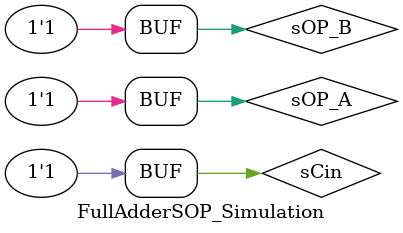
<source format=sv>
`timescale 1ns / 1ps

module FullAdderSOP_Simulation();

    logic sOP_A, sOP_B, sCin, sSUM, sCO;
    
    FullAdderSOP UUT (
        .OP_A(sOP_A), .OP_B(sOP_B),
        .Cin(sCin), .SUM(sSUM), .CO(sCO));
        
    initial begin
    
        for (byte a = 0; a < 2; a++) begin
            for (byte b = 0; b < 2; b++) begin
                for (byte cin = 0; cin < 2; cin++) begin
                    sOP_A = a; sOP_B = b;
                    sCin = cin;
                    #10;
                end
            end
        end
    
    end

endmodule

</source>
